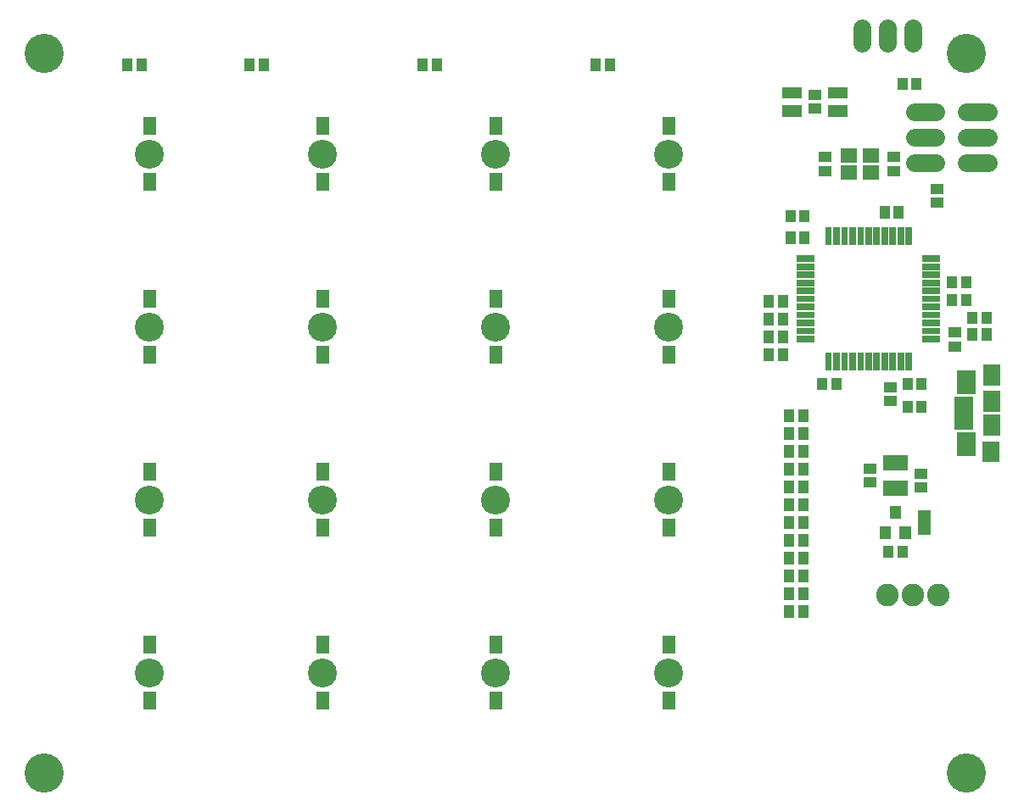
<source format=gts>
G04 start of page 6 for group -4063 idx -4063 *
G04 Title: Nomech, componentmask *
G04 Creator: pcb 20110918 *
G04 CreationDate: Sun 08 Sep 2013 10:57:53 PM GMT UTC *
G04 For: bertho *
G04 Format: Gerber/RS-274X *
G04 PCB-Dimensions: 430000 350000 *
G04 PCB-Coordinate-Origin: lower left *
%MOIN*%
%FSLAX25Y25*%
%LNTOPMASK*%
%ADD167R,0.0572X0.0572*%
%ADD166R,0.0671X0.0671*%
%ADD165R,0.0730X0.0730*%
%ADD164R,0.0258X0.0258*%
%ADD163C,0.0887*%
%ADD162C,0.0700*%
%ADD161R,0.0257X0.0257*%
%ADD160R,0.0440X0.0440*%
%ADD159R,0.0480X0.0480*%
%ADD158R,0.0590X0.0590*%
%ADD157R,0.0395X0.0395*%
%ADD156R,0.0500X0.0500*%
%ADD155C,0.1137*%
%ADD154C,0.1540*%
G54D154*X388000Y41500D03*
Y324500D03*
G54D155*X271000Y217000D03*
Y149000D03*
Y81000D03*
Y285000D03*
G54D154*X25500Y41500D03*
G54D155*X67000Y149000D03*
X135000D03*
X67000Y81000D03*
X135000D03*
G54D154*X25500Y324500D03*
G54D155*X67000Y217000D03*
Y285000D03*
X203000Y149000D03*
X135000Y217000D03*
X203000D03*
X135000Y285000D03*
X203000D03*
Y81000D03*
G54D156*Y207000D02*Y205000D01*
G54D157*X179756Y320492D02*Y319508D01*
X174244Y320492D02*Y319508D01*
G54D156*X203000Y275000D02*Y273000D01*
Y297000D02*Y295000D01*
Y229000D02*Y227000D01*
Y161000D02*Y159000D01*
Y139000D02*Y137000D01*
Y93000D02*Y91000D01*
Y71000D02*Y69000D01*
X135000Y229000D02*Y227000D01*
Y207000D02*Y205000D01*
Y161000D02*Y159000D01*
Y139000D02*Y137000D01*
X67000Y229000D02*Y227000D01*
Y207000D02*Y205000D01*
Y161000D02*Y159000D01*
Y139000D02*Y137000D01*
Y93000D02*Y91000D01*
Y71000D02*Y69000D01*
X135000Y93000D02*Y91000D01*
Y71000D02*Y69000D01*
X67000Y297000D02*Y295000D01*
Y275000D02*Y273000D01*
G54D157*X63756Y320492D02*Y319508D01*
X58244Y320492D02*Y319508D01*
X111756Y320492D02*Y319508D01*
X106244Y320492D02*Y319508D01*
G54D156*X135000Y297000D02*Y295000D01*
Y275000D02*Y273000D01*
X271000Y229000D02*Y227000D01*
Y207000D02*Y205000D01*
Y161000D02*Y159000D01*
Y139000D02*Y137000D01*
Y93000D02*Y91000D01*
Y71000D02*Y69000D01*
G54D157*X247756Y320492D02*Y319508D01*
X242244Y320492D02*Y319508D01*
G54D156*X271000Y297000D02*Y295000D01*
Y275000D02*Y273000D01*
G54D157*X369508Y159256D02*X370492D01*
X369508Y153744D02*X370492D01*
X357508Y187744D02*X358492D01*
G54D158*X358200Y163500D02*X361800D01*
X358200Y153500D02*X361800D01*
G54D159*X371400Y137600D02*X371600D01*
X371400Y142400D02*X371600D01*
G54D160*X360000Y144400D02*Y143800D01*
X363900Y136200D02*Y135600D01*
X356100Y136200D02*Y135600D01*
G54D157*X364744Y185992D02*Y185008D01*
X370256Y185992D02*Y185008D01*
X357508Y193256D02*X358492D01*
X364744Y194992D02*Y194008D01*
X370256Y194992D02*Y194008D01*
G54D161*X355799Y205528D02*Y201102D01*
X358948Y205528D02*Y201102D01*
X362098Y205528D02*Y201102D01*
X365248Y205528D02*Y201102D01*
G54D157*X387756Y227992D02*Y227008D01*
X382244Y227992D02*Y227008D01*
X383008Y209244D02*X383992D01*
X383008Y214756D02*X383992D01*
X387756Y234992D02*Y234008D01*
X382244Y234992D02*Y234008D01*
G54D161*X371972Y212252D02*X376398D01*
X371972Y215401D02*X376398D01*
X371972Y218551D02*X376398D01*
X371972Y221700D02*X376398D01*
X371972Y224850D02*X376398D01*
X371972Y228000D02*X376398D01*
X371972Y231149D02*X376398D01*
X371972Y234299D02*X376398D01*
X371972Y237448D02*X376398D01*
X371972Y240598D02*X376398D01*
G54D157*X395756Y220992D02*Y220008D01*
Y214492D02*Y213508D01*
X390244Y220992D02*Y220008D01*
Y214492D02*Y213508D01*
G54D161*X371972Y243748D02*X376398D01*
X365248Y254898D02*Y250472D01*
X362099Y254898D02*Y250472D01*
X358949Y254898D02*Y250472D01*
X355800Y254898D02*Y250472D01*
G54D157*X355744Y262492D02*Y261508D01*
X361256Y262492D02*Y261508D01*
X359008Y278244D02*X359992D01*
X359008Y283756D02*X359992D01*
X362744Y312992D02*Y312008D01*
G54D162*X367000Y334500D02*Y328500D01*
X357000Y334500D02*Y328500D01*
G54D157*X368256Y312992D02*Y312008D01*
G54D162*X367500Y301500D02*X376000D01*
X388000D02*X396500D01*
X367500Y291500D02*X376000D01*
X388000D02*X396500D01*
G54D157*X376008Y271256D02*X376992D01*
G54D162*X367500Y281500D02*X376000D01*
X388000D02*X396500D01*
G54D157*X376008Y265744D02*X376992D01*
G54D163*X357000Y111500D03*
X367000D03*
G54D157*X357244Y128992D02*Y128008D01*
X362756Y128992D02*Y128008D01*
G54D163*X377000Y111500D03*
G54D164*X384438Y177882D02*X389162D01*
G54D165*X387784Y171780D02*Y169811D01*
G54D166*X397627Y168630D02*Y167252D01*
X397824Y179260D02*Y177488D01*
G54D164*X384438Y180441D02*X389162D01*
X384438Y183000D02*X389162D01*
X384438Y185559D02*X389162D01*
X384438Y188118D02*X389162D01*
G54D165*X387784Y196189D02*Y194220D01*
G54D166*X397824Y198748D02*Y197370D01*
Y188512D02*Y186740D01*
G54D157*X324256Y260992D02*Y260008D01*
Y252492D02*Y251508D01*
X318744Y260992D02*Y260008D01*
Y252492D02*Y251508D01*
G54D161*X352650Y254898D02*Y250472D01*
X349500Y254898D02*Y250472D01*
X346351Y254898D02*Y250472D01*
X343201Y254898D02*Y250472D01*
X340052Y254898D02*Y250472D01*
X336902Y254898D02*Y250472D01*
X333752Y254898D02*Y250472D01*
G54D167*X341276Y277654D02*X342063D01*
X349937D02*X350724D01*
X349937Y284346D02*X350724D01*
X341276D02*X342063D01*
G54D157*X332008Y283756D02*X332992D01*
X332008Y278244D02*X332992D01*
G54D161*X334941Y302744D02*Y300972D01*
X337500Y302744D02*Y300972D01*
X340059Y302744D02*Y300972D01*
Y310028D02*Y308256D01*
X337500Y310028D02*Y308256D01*
X334941Y310028D02*Y308256D01*
X316941Y302744D02*Y300972D01*
X319500Y302744D02*Y300972D01*
X322059Y302744D02*Y300972D01*
G54D157*X328008Y302744D02*X328992D01*
G54D161*X322059Y310028D02*Y308256D01*
X319500Y310028D02*Y308256D01*
X316941Y310028D02*Y308256D01*
G54D157*X328008D02*X328992D01*
G54D162*X347000Y334500D02*Y328500D01*
G54D161*X322602Y243748D02*X327028D01*
X322602Y240599D02*X327028D01*
X322602Y237449D02*X327028D01*
X322602Y234300D02*X327028D01*
X322602Y231150D02*X327028D01*
X322602Y228000D02*X327028D01*
X322602Y224851D02*X327028D01*
X322602Y221701D02*X327028D01*
G54D157*X315756Y227492D02*Y226508D01*
X310244Y227492D02*Y226508D01*
X315756Y220492D02*Y219508D01*
X310244Y220492D02*Y219508D01*
G54D161*X322602Y218552D02*X327028D01*
X322602Y215402D02*X327028D01*
X322602Y212252D02*X327028D01*
X333752Y205528D02*Y201102D01*
G54D157*X315756Y206492D02*Y205508D01*
X310244Y206492D02*Y205508D01*
X315756Y213492D02*Y212508D01*
X310244Y213492D02*Y212508D01*
G54D161*X336901Y205528D02*Y201102D01*
X340051Y205528D02*Y201102D01*
X343200Y205528D02*Y201102D01*
X346350Y205528D02*Y201102D01*
X349500Y205528D02*Y201102D01*
X352649Y205528D02*Y201102D01*
G54D157*X336756Y194992D02*Y194008D01*
X331244Y194992D02*Y194008D01*
X323756Y182492D02*Y181508D01*
X318244Y182492D02*Y181508D01*
Y175492D02*Y174508D01*
X323756Y175492D02*Y174508D01*
Y168492D02*Y167508D01*
X318244Y168492D02*Y167508D01*
X323756Y161492D02*Y160508D01*
X318244Y161492D02*Y160508D01*
X349508Y161256D02*X350492D01*
X349508Y155744D02*X350492D01*
X318244Y154492D02*Y153508D01*
X323756Y154492D02*Y153508D01*
Y147492D02*Y146508D01*
X318244Y147492D02*Y146508D01*
Y133492D02*Y132508D01*
X323756Y133492D02*Y132508D01*
Y140492D02*Y139508D01*
X318244Y140492D02*Y139508D01*
X323756Y126492D02*Y125508D01*
X318244Y126492D02*Y125508D01*
X323756Y119492D02*Y118508D01*
Y112492D02*Y111508D01*
Y105492D02*Y104508D01*
X318244Y119492D02*Y118508D01*
Y112492D02*Y111508D01*
Y105492D02*Y104508D01*
M02*

</source>
